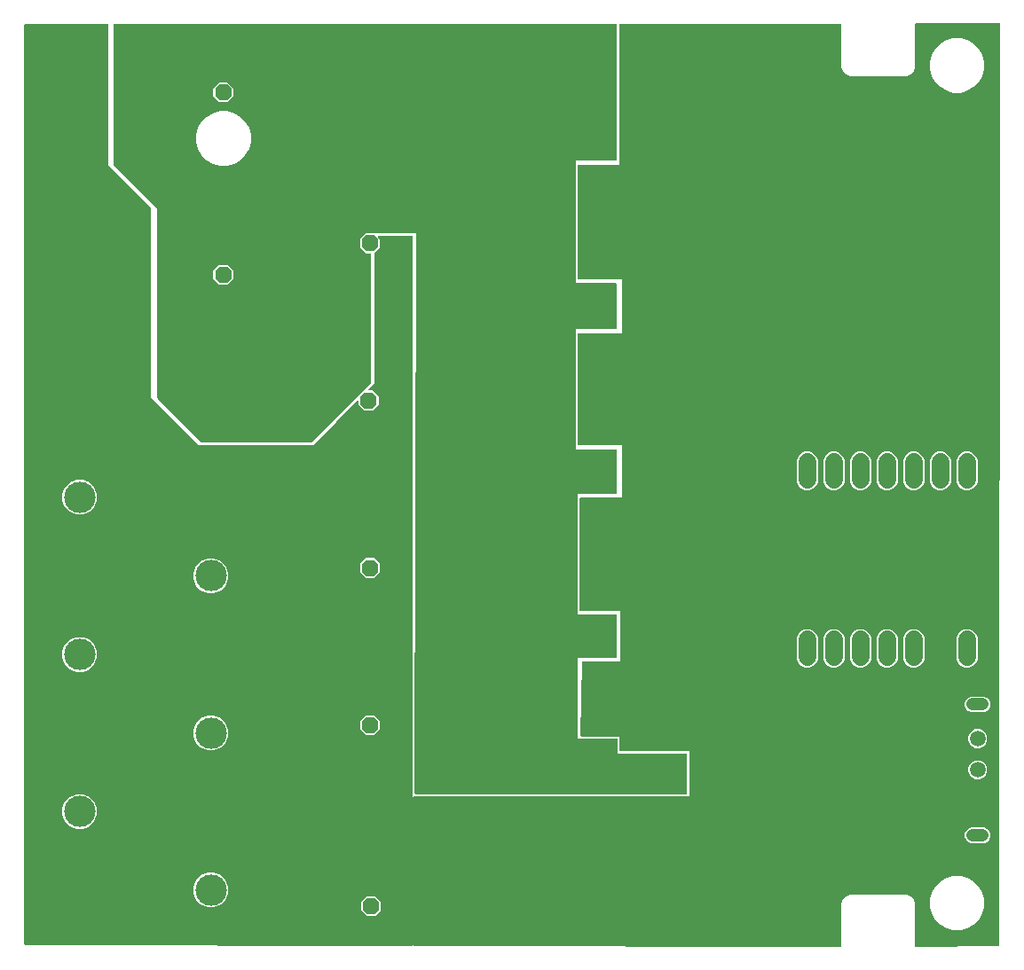
<source format=gbr>
G04 EAGLE Gerber RS-274X export*
G75*
%MOMM*%
%FSLAX34Y34*%
%LPD*%
%INBottom Copper*%
%IPPOS*%
%AMOC8*
5,1,8,0,0,1.08239X$1,22.5*%
G01*
G04 Define Apertures*
%ADD10C,1.700000*%
%ADD11R,3.000000X3.000000*%
%ADD12C,3.000000*%
%ADD13C,1.800000*%
%ADD14C,1.508000*%
%ADD15C,1.208000*%
%ADD16P,1.73204X8X22.5*%
%ADD17C,0.756400*%
G36*
X789534Y8226D02*
X789339Y8187D01*
X381499Y9206D01*
X381320Y9240D01*
X381152Y9347D01*
X381040Y9511D01*
X381000Y9706D01*
X381000Y151500D01*
X381034Y151680D01*
X381141Y151848D01*
X381305Y151960D01*
X381500Y152000D01*
X644954Y152000D01*
X644991Y152007D01*
X645000Y152050D01*
X645000Y194954D01*
X644993Y194991D01*
X644950Y195000D01*
X578500Y195000D01*
X578320Y195034D01*
X578152Y195141D01*
X578040Y195305D01*
X578000Y195500D01*
X578000Y208954D01*
X577993Y208991D01*
X577950Y209000D01*
X541507Y209000D01*
X541320Y209036D01*
X541154Y209146D01*
X541044Y209311D01*
X541007Y209507D01*
X541993Y280507D01*
X542027Y280680D01*
X542134Y280848D01*
X542298Y280960D01*
X542493Y281000D01*
X578954Y281000D01*
X578991Y281007D01*
X579000Y281050D01*
X579000Y328954D01*
X578993Y328991D01*
X578950Y329000D01*
X540500Y329000D01*
X540320Y329034D01*
X540152Y329141D01*
X540040Y329305D01*
X540000Y329500D01*
X540000Y436500D01*
X540034Y436680D01*
X540141Y436848D01*
X540305Y436960D01*
X540500Y437000D01*
X579954Y437000D01*
X579991Y437007D01*
X580000Y437050D01*
X580000Y486954D01*
X579993Y486991D01*
X579950Y487000D01*
X538500Y487000D01*
X538320Y487034D01*
X538152Y487141D01*
X538040Y487305D01*
X538000Y487500D01*
X538000Y593500D01*
X538034Y593680D01*
X538141Y593848D01*
X538305Y593960D01*
X538500Y594000D01*
X579954Y594000D01*
X579991Y594007D01*
X580000Y594050D01*
X580000Y645954D01*
X579993Y645991D01*
X579950Y646000D01*
X538500Y646000D01*
X538320Y646034D01*
X538152Y646141D01*
X538040Y646305D01*
X538000Y646500D01*
X538000Y754500D01*
X538034Y754680D01*
X538141Y754848D01*
X538305Y754960D01*
X538500Y755000D01*
X577954Y755000D01*
X577991Y755007D01*
X578000Y755050D01*
X578000Y889340D01*
X578034Y889520D01*
X578141Y889688D01*
X578305Y889800D01*
X578500Y889840D01*
X789340Y889840D01*
X789520Y889806D01*
X789688Y889699D01*
X789800Y889535D01*
X789840Y889340D01*
X789840Y847979D01*
X791387Y844245D01*
X794245Y841387D01*
X797979Y839840D01*
X852021Y839840D01*
X855755Y841387D01*
X858613Y844245D01*
X860160Y847979D01*
X860160Y889445D01*
X860192Y889621D01*
X860297Y889789D01*
X860460Y889903D01*
X860655Y889945D01*
X940323Y890734D01*
X940509Y890700D01*
X940676Y890593D01*
X940789Y890428D01*
X940828Y890233D01*
X939852Y9553D01*
X939820Y9378D01*
X939714Y9210D01*
X939551Y9096D01*
X939357Y9054D01*
X860665Y8267D01*
X860480Y8301D01*
X860312Y8408D01*
X860200Y8572D01*
X860160Y8767D01*
X860160Y50021D01*
X858613Y53755D01*
X855755Y56613D01*
X852021Y58160D01*
X797979Y58160D01*
X794245Y56613D01*
X791387Y53755D01*
X789840Y50021D01*
X789840Y8687D01*
X789806Y8505D01*
X789698Y8338D01*
X789534Y8226D01*
G37*
%LPC*%
G36*
X896556Y823840D02*
X903444Y823840D01*
X910097Y825623D01*
X916063Y829067D01*
X920933Y833937D01*
X924377Y839903D01*
X926160Y846556D01*
X926160Y853444D01*
X924377Y860097D01*
X920933Y866063D01*
X916063Y870933D01*
X910097Y874377D01*
X903444Y876160D01*
X896556Y876160D01*
X889903Y874377D01*
X883937Y870933D01*
X879067Y866063D01*
X875623Y860097D01*
X873840Y853444D01*
X873840Y846556D01*
X875623Y839903D01*
X879067Y833937D01*
X883937Y829067D01*
X889903Y825623D01*
X896556Y823840D01*
G37*
G36*
X907506Y444000D02*
X911494Y444000D01*
X915178Y445526D01*
X917998Y448346D01*
X919524Y452030D01*
X919524Y473018D01*
X917998Y476702D01*
X915178Y479522D01*
X911494Y481048D01*
X907506Y481048D01*
X903822Y479522D01*
X901002Y476702D01*
X899476Y473018D01*
X899476Y452030D01*
X901002Y448346D01*
X903822Y445526D01*
X907506Y444000D01*
G37*
G36*
X882106Y444000D02*
X886094Y444000D01*
X889778Y445526D01*
X892598Y448346D01*
X894124Y452030D01*
X894124Y473018D01*
X892598Y476702D01*
X889778Y479522D01*
X886094Y481048D01*
X882106Y481048D01*
X878422Y479522D01*
X875602Y476702D01*
X874076Y473018D01*
X874076Y452030D01*
X875602Y448346D01*
X878422Y445526D01*
X882106Y444000D01*
G37*
G36*
X856706Y444000D02*
X860694Y444000D01*
X864378Y445526D01*
X867198Y448346D01*
X868724Y452030D01*
X868724Y473018D01*
X867198Y476702D01*
X864378Y479522D01*
X860694Y481048D01*
X856706Y481048D01*
X853022Y479522D01*
X850202Y476702D01*
X848676Y473018D01*
X848676Y452030D01*
X850202Y448346D01*
X853022Y445526D01*
X856706Y444000D01*
G37*
G36*
X831306Y444000D02*
X835294Y444000D01*
X838978Y445526D01*
X841798Y448346D01*
X843324Y452030D01*
X843324Y473018D01*
X841798Y476702D01*
X838978Y479522D01*
X835294Y481048D01*
X831306Y481048D01*
X827622Y479522D01*
X824802Y476702D01*
X823276Y473018D01*
X823276Y452030D01*
X824802Y448346D01*
X827622Y445526D01*
X831306Y444000D01*
G37*
G36*
X805906Y444000D02*
X809894Y444000D01*
X813578Y445526D01*
X816398Y448346D01*
X817924Y452030D01*
X817924Y473018D01*
X816398Y476702D01*
X813578Y479522D01*
X809894Y481048D01*
X805906Y481048D01*
X802222Y479522D01*
X799402Y476702D01*
X797876Y473018D01*
X797876Y452030D01*
X799402Y448346D01*
X802222Y445526D01*
X805906Y444000D01*
G37*
G36*
X780506Y444000D02*
X784494Y444000D01*
X788178Y445526D01*
X790998Y448346D01*
X792524Y452030D01*
X792524Y473018D01*
X790998Y476702D01*
X788178Y479522D01*
X784494Y481048D01*
X780506Y481048D01*
X776822Y479522D01*
X774002Y476702D01*
X772476Y473018D01*
X772476Y452030D01*
X774002Y448346D01*
X776822Y445526D01*
X780506Y444000D01*
G37*
G36*
X755106Y444000D02*
X759094Y444000D01*
X762778Y445526D01*
X765598Y448346D01*
X767124Y452030D01*
X767124Y473018D01*
X765598Y476702D01*
X762778Y479522D01*
X759094Y481048D01*
X755106Y481048D01*
X751422Y479522D01*
X748602Y476702D01*
X747076Y473018D01*
X747076Y452030D01*
X748602Y448346D01*
X751422Y445526D01*
X755106Y444000D01*
G37*
G36*
X907506Y274600D02*
X911494Y274600D01*
X915178Y276126D01*
X917998Y278946D01*
X919524Y282630D01*
X919524Y303618D01*
X917998Y307302D01*
X915178Y310122D01*
X911494Y311648D01*
X907506Y311648D01*
X903822Y310122D01*
X901002Y307302D01*
X899476Y303618D01*
X899476Y282630D01*
X901002Y278946D01*
X903822Y276126D01*
X907506Y274600D01*
G37*
G36*
X856706Y274600D02*
X860694Y274600D01*
X864378Y276126D01*
X867198Y278946D01*
X868724Y282630D01*
X868724Y303618D01*
X867198Y307302D01*
X864378Y310122D01*
X860694Y311648D01*
X856706Y311648D01*
X853022Y310122D01*
X850202Y307302D01*
X848676Y303618D01*
X848676Y282630D01*
X850202Y278946D01*
X853022Y276126D01*
X856706Y274600D01*
G37*
G36*
X831306Y274600D02*
X835294Y274600D01*
X838978Y276126D01*
X841798Y278946D01*
X843324Y282630D01*
X843324Y303618D01*
X841798Y307302D01*
X838978Y310122D01*
X835294Y311648D01*
X831306Y311648D01*
X827622Y310122D01*
X824802Y307302D01*
X823276Y303618D01*
X823276Y282630D01*
X824802Y278946D01*
X827622Y276126D01*
X831306Y274600D01*
G37*
G36*
X805906Y274600D02*
X809894Y274600D01*
X813578Y276126D01*
X816398Y278946D01*
X817924Y282630D01*
X817924Y303618D01*
X816398Y307302D01*
X813578Y310122D01*
X809894Y311648D01*
X805906Y311648D01*
X802222Y310122D01*
X799402Y307302D01*
X797876Y303618D01*
X797876Y282630D01*
X799402Y278946D01*
X802222Y276126D01*
X805906Y274600D01*
G37*
G36*
X780506Y274600D02*
X784494Y274600D01*
X788178Y276126D01*
X790998Y278946D01*
X792524Y282630D01*
X792524Y303618D01*
X790998Y307302D01*
X788178Y310122D01*
X784494Y311648D01*
X780506Y311648D01*
X776822Y310122D01*
X774002Y307302D01*
X772476Y303618D01*
X772476Y282630D01*
X774002Y278946D01*
X776822Y276126D01*
X780506Y274600D01*
G37*
G36*
X755106Y274600D02*
X759094Y274600D01*
X762778Y276126D01*
X765598Y278946D01*
X767124Y282630D01*
X767124Y303618D01*
X765598Y307302D01*
X762778Y310122D01*
X759094Y311648D01*
X755106Y311648D01*
X751422Y310122D01*
X748602Y307302D01*
X747076Y303618D01*
X747076Y282630D01*
X748602Y278946D01*
X751422Y276126D01*
X755106Y274600D01*
G37*
G36*
X913581Y232152D02*
X925590Y232152D01*
X928370Y233304D01*
X930498Y235432D01*
X931650Y238212D01*
X931650Y241221D01*
X930498Y244001D01*
X928370Y246129D01*
X925590Y247280D01*
X913581Y247280D01*
X910801Y246129D01*
X908673Y244001D01*
X907522Y241221D01*
X907522Y238212D01*
X908673Y235432D01*
X910801Y233304D01*
X913581Y232152D01*
G37*
G36*
X917783Y198152D02*
X921389Y198152D01*
X924720Y199532D01*
X927270Y202082D01*
X928650Y205413D01*
X928650Y209019D01*
X927270Y212351D01*
X924720Y214900D01*
X921389Y216280D01*
X917783Y216280D01*
X914451Y214900D01*
X911902Y212351D01*
X910522Y209019D01*
X910522Y205413D01*
X911902Y202082D01*
X914451Y199532D01*
X917783Y198152D01*
G37*
G36*
X917783Y168152D02*
X921389Y168152D01*
X924720Y169532D01*
X927270Y172082D01*
X928650Y175413D01*
X928650Y179019D01*
X927270Y182351D01*
X924720Y184900D01*
X921389Y186280D01*
X917783Y186280D01*
X914451Y184900D01*
X911902Y182351D01*
X910522Y179019D01*
X910522Y175413D01*
X911902Y172082D01*
X914451Y169532D01*
X917783Y168152D01*
G37*
G36*
X913581Y107152D02*
X925590Y107152D01*
X928370Y108304D01*
X930498Y110432D01*
X931650Y113212D01*
X931650Y116221D01*
X930498Y119001D01*
X928370Y121129D01*
X925590Y122280D01*
X913581Y122280D01*
X910801Y121129D01*
X908673Y119001D01*
X907522Y116221D01*
X907522Y113212D01*
X908673Y110432D01*
X910801Y108304D01*
X913581Y107152D01*
G37*
G36*
X896556Y23840D02*
X903444Y23840D01*
X910097Y25623D01*
X916063Y29067D01*
X920933Y33937D01*
X924377Y39903D01*
X926160Y46556D01*
X926160Y53444D01*
X924377Y60097D01*
X920933Y66063D01*
X916063Y70933D01*
X910097Y74377D01*
X903444Y76160D01*
X896556Y76160D01*
X889903Y74377D01*
X883937Y70933D01*
X879067Y66063D01*
X875623Y60097D01*
X873840Y53444D01*
X873840Y46556D01*
X875623Y39903D01*
X879067Y33937D01*
X883937Y29067D01*
X889903Y25623D01*
X896556Y23840D01*
G37*
%LPD*%
G36*
X380533Y9269D02*
X380236Y9209D01*
X10920Y10133D01*
X10647Y10184D01*
X10392Y10347D01*
X10220Y10598D01*
X10160Y10895D01*
X10160Y889078D01*
X10211Y889353D01*
X10375Y889608D01*
X10625Y889780D01*
X10922Y889840D01*
X89299Y889840D01*
X89574Y889789D01*
X89829Y889625D01*
X90001Y889375D01*
X90061Y889078D01*
X90000Y755088D01*
X90025Y754983D01*
X90044Y754956D01*
X130777Y714223D01*
X130940Y713982D01*
X131000Y713684D01*
X131000Y533088D01*
X131025Y532983D01*
X131044Y532956D01*
X176938Y487062D01*
X177030Y487005D01*
X177062Y487000D01*
X193876Y487000D01*
X193882Y487000D01*
X193882Y487000D01*
X285895Y487708D01*
X285997Y487732D01*
X286025Y487752D01*
X307998Y509725D01*
X308002Y509730D01*
X327641Y529964D01*
X327869Y530125D01*
X328164Y530195D01*
X328463Y530144D01*
X328718Y529980D01*
X328890Y529730D01*
X328950Y529433D01*
X328950Y526055D01*
X334530Y520475D01*
X342420Y520475D01*
X348000Y526055D01*
X348000Y533945D01*
X342420Y539525D01*
X338723Y539525D01*
X338470Y539568D01*
X338210Y539724D01*
X338031Y539968D01*
X337961Y540264D01*
X338012Y540562D01*
X338176Y540818D01*
X343941Y546757D01*
X343994Y546845D01*
X344000Y546880D01*
X344000Y670214D01*
X344056Y670500D01*
X344223Y670753D01*
X349525Y676055D01*
X349525Y683945D01*
X347771Y685699D01*
X347618Y685919D01*
X347548Y686214D01*
X347599Y686513D01*
X347763Y686768D01*
X348013Y686940D01*
X348310Y687000D01*
X380238Y687000D01*
X380513Y686949D01*
X380768Y686785D01*
X380940Y686535D01*
X381000Y686238D01*
X381000Y9971D01*
X380948Y9695D01*
X380784Y9440D01*
X380533Y9269D01*
G37*
%LPC*%
G36*
X62762Y758762D02*
X69238Y758762D01*
X69238Y787238D01*
X62762Y787238D01*
X62762Y758762D01*
G37*
G36*
X79762Y721762D02*
X108238Y721762D01*
X108238Y728238D01*
X79762Y728238D01*
X79762Y721762D01*
G37*
G36*
X59713Y420976D02*
X66287Y420976D01*
X72360Y423492D01*
X77008Y428140D01*
X79524Y434213D01*
X79524Y440787D01*
X77008Y446860D01*
X72360Y451508D01*
X66287Y454024D01*
X59713Y454024D01*
X53640Y451508D01*
X48992Y446860D01*
X46476Y440787D01*
X46476Y434213D01*
X48992Y428140D01*
X53640Y423492D01*
X59713Y420976D01*
G37*
G36*
X336055Y360475D02*
X343945Y360475D01*
X349525Y366055D01*
X349525Y373945D01*
X343945Y379525D01*
X336055Y379525D01*
X330475Y373945D01*
X330475Y366055D01*
X336055Y360475D01*
G37*
G36*
X184713Y345976D02*
X191287Y345976D01*
X197360Y348492D01*
X202008Y353140D01*
X204524Y359213D01*
X204524Y365787D01*
X202008Y371860D01*
X197360Y376508D01*
X191287Y379024D01*
X184713Y379024D01*
X178640Y376508D01*
X173992Y371860D01*
X171476Y365787D01*
X171476Y359213D01*
X173992Y353140D01*
X178640Y348492D01*
X184713Y345976D01*
G37*
G36*
X59713Y270976D02*
X66287Y270976D01*
X72360Y273492D01*
X77008Y278140D01*
X79524Y284213D01*
X79524Y290787D01*
X77008Y296860D01*
X72360Y301508D01*
X66287Y304024D01*
X59713Y304024D01*
X53640Y301508D01*
X48992Y296860D01*
X46476Y290787D01*
X46476Y284213D01*
X48992Y278140D01*
X53640Y273492D01*
X59713Y270976D01*
G37*
G36*
X336055Y210475D02*
X343945Y210475D01*
X349525Y216055D01*
X349525Y223945D01*
X343945Y229525D01*
X336055Y229525D01*
X330475Y223945D01*
X330475Y216055D01*
X336055Y210475D01*
G37*
G36*
X184713Y195976D02*
X191287Y195976D01*
X197360Y198492D01*
X202008Y203140D01*
X204524Y209213D01*
X204524Y215787D01*
X202008Y221860D01*
X197360Y226508D01*
X191287Y229024D01*
X184713Y229024D01*
X178640Y226508D01*
X173992Y221860D01*
X171476Y215787D01*
X171476Y209213D01*
X173992Y203140D01*
X178640Y198492D01*
X184713Y195976D01*
G37*
G36*
X59713Y120976D02*
X66287Y120976D01*
X72360Y123492D01*
X77008Y128140D01*
X79524Y134213D01*
X79524Y140787D01*
X77008Y146860D01*
X72360Y151508D01*
X66287Y154024D01*
X59713Y154024D01*
X53640Y151508D01*
X48992Y146860D01*
X46476Y140787D01*
X46476Y134213D01*
X48992Y128140D01*
X53640Y123492D01*
X59713Y120976D01*
G37*
G36*
X184713Y45976D02*
X191287Y45976D01*
X197360Y48492D01*
X202008Y53140D01*
X204524Y59213D01*
X204524Y65787D01*
X202008Y71860D01*
X197360Y76508D01*
X191287Y79024D01*
X184713Y79024D01*
X178640Y76508D01*
X173992Y71860D01*
X171476Y65787D01*
X171476Y59213D01*
X173992Y53140D01*
X178640Y48492D01*
X184713Y45976D01*
G37*
G36*
X337055Y37475D02*
X344945Y37475D01*
X350525Y43055D01*
X350525Y50945D01*
X344945Y56525D01*
X337055Y56525D01*
X331475Y50945D01*
X331475Y43055D01*
X337055Y37475D01*
G37*
%LPD*%
G36*
X641695Y154040D02*
X641500Y154000D01*
X383190Y154000D01*
X383009Y154034D01*
X382842Y154141D01*
X382729Y154306D01*
X382690Y154501D01*
X383587Y689954D01*
X383580Y689991D01*
X383537Y690000D01*
X338500Y690000D01*
X338320Y690034D01*
X338152Y690141D01*
X338040Y690305D01*
X338000Y690500D01*
X338000Y889340D01*
X338034Y889520D01*
X338141Y889688D01*
X338305Y889800D01*
X338500Y889840D01*
X574500Y889840D01*
X574680Y889806D01*
X574848Y889699D01*
X574960Y889535D01*
X575000Y889340D01*
X575000Y759500D01*
X574966Y759320D01*
X574859Y759152D01*
X574695Y759040D01*
X574500Y759000D01*
X536046Y759000D01*
X536009Y758993D01*
X536000Y758950D01*
X536000Y642046D01*
X536007Y642009D01*
X536050Y642000D01*
X574500Y642000D01*
X574680Y641966D01*
X574848Y641859D01*
X574960Y641695D01*
X575000Y641500D01*
X575000Y598500D01*
X574966Y598320D01*
X574859Y598152D01*
X574695Y598040D01*
X574500Y598000D01*
X536046Y598000D01*
X536009Y597993D01*
X536000Y597950D01*
X536000Y483046D01*
X536007Y483009D01*
X536050Y483000D01*
X574500Y483000D01*
X574680Y482966D01*
X574848Y482859D01*
X574960Y482695D01*
X575000Y482500D01*
X575000Y441500D01*
X574966Y441320D01*
X574859Y441152D01*
X574695Y441040D01*
X574500Y441000D01*
X538046Y441000D01*
X538009Y440993D01*
X538000Y440950D01*
X538000Y326046D01*
X538007Y326009D01*
X538050Y326000D01*
X574500Y326000D01*
X574680Y325966D01*
X574848Y325859D01*
X574960Y325695D01*
X575000Y325500D01*
X575000Y284500D01*
X574966Y284320D01*
X574859Y284152D01*
X574695Y284040D01*
X574500Y284000D01*
X538046Y284000D01*
X538009Y283993D01*
X538000Y283950D01*
X538000Y207046D01*
X538007Y207009D01*
X538050Y207000D01*
X575500Y207000D01*
X575680Y206966D01*
X575848Y206859D01*
X575960Y206695D01*
X576000Y206500D01*
X576000Y193046D01*
X576007Y193009D01*
X576050Y193000D01*
X641500Y193000D01*
X641680Y192966D01*
X641848Y192859D01*
X641960Y192695D01*
X642000Y192500D01*
X642000Y154500D01*
X641966Y154320D01*
X641859Y154152D01*
X641695Y154040D01*
G37*
G36*
X283988Y490040D02*
X283793Y490000D01*
X179188Y490000D01*
X179000Y490037D01*
X178834Y490146D01*
X137304Y531676D01*
X137198Y531835D01*
X137158Y532030D01*
X137158Y712794D01*
X137150Y712836D01*
X137122Y712878D01*
X95146Y754854D01*
X95040Y755012D01*
X95000Y755207D01*
X95000Y889340D01*
X95034Y889520D01*
X95141Y889688D01*
X95305Y889800D01*
X95500Y889840D01*
X340500Y889840D01*
X340680Y889806D01*
X340848Y889699D01*
X340960Y889535D01*
X341000Y889340D01*
X341000Y690025D01*
X340966Y689845D01*
X340859Y689677D01*
X340695Y689565D01*
X340500Y689525D01*
X336055Y689525D01*
X330475Y683945D01*
X330475Y676055D01*
X336055Y670475D01*
X340500Y670475D01*
X340680Y670441D01*
X340848Y670334D01*
X340960Y670170D01*
X341000Y669975D01*
X341000Y547207D01*
X340963Y547019D01*
X340854Y546854D01*
X284146Y490146D01*
X283988Y490040D01*
G37*
%LPC*%
G36*
X196055Y814647D02*
X203945Y814647D01*
X209525Y820227D01*
X209525Y828117D01*
X203945Y833697D01*
X196055Y833697D01*
X190475Y828117D01*
X190475Y820227D01*
X196055Y814647D01*
G37*
G36*
X196556Y753840D02*
X203444Y753840D01*
X210097Y755623D01*
X216063Y759067D01*
X220933Y763937D01*
X224377Y769903D01*
X226160Y776556D01*
X226160Y783444D01*
X224377Y790097D01*
X220933Y796063D01*
X216063Y800933D01*
X210097Y804377D01*
X203444Y806160D01*
X196556Y806160D01*
X189903Y804377D01*
X183937Y800933D01*
X179067Y796063D01*
X175623Y790097D01*
X173840Y783444D01*
X173840Y776556D01*
X175623Y769903D01*
X179067Y763937D01*
X183937Y759067D01*
X189903Y755623D01*
X196556Y753840D01*
G37*
G36*
X120500Y758500D02*
X127500Y758500D01*
X127500Y787500D01*
X120500Y787500D01*
X120500Y758500D01*
G37*
G36*
X196055Y640475D02*
X203945Y640475D01*
X209525Y646055D01*
X209525Y653945D01*
X203945Y659525D01*
X196055Y659525D01*
X190475Y653945D01*
X190475Y646055D01*
X196055Y640475D01*
G37*
%LPD*%
D10*
X909500Y454024D02*
X909500Y471024D01*
X884100Y471024D02*
X884100Y454024D01*
X858700Y454024D02*
X858700Y471024D01*
X833300Y471024D02*
X833300Y454024D01*
X807900Y454024D02*
X807900Y471024D01*
X782500Y471024D02*
X782500Y454024D01*
X757100Y454024D02*
X757100Y471024D01*
X757100Y301624D02*
X757100Y284624D01*
X782500Y284624D02*
X782500Y301624D01*
X807900Y301624D02*
X807900Y284624D01*
X833300Y284624D02*
X833300Y301624D01*
X858700Y301624D02*
X858700Y284624D01*
X884100Y284624D02*
X884100Y301624D01*
X909500Y301624D02*
X909500Y284624D01*
D11*
X63000Y587500D03*
D12*
X188000Y512500D03*
X63000Y437500D03*
X188000Y362500D03*
X63000Y287500D03*
X188000Y212500D03*
X63000Y137500D03*
X188000Y62500D03*
D13*
X66000Y764000D02*
X66000Y782000D01*
X124000Y782000D02*
X124000Y764000D01*
X103000Y725000D02*
X85000Y725000D01*
D14*
X919586Y147216D03*
X919586Y177216D03*
X919586Y207216D03*
D15*
X924086Y114716D02*
X915086Y114716D01*
X915086Y239716D02*
X924086Y239716D01*
D16*
X341000Y47000D03*
X340000Y220000D03*
X340000Y370000D03*
X338475Y530000D03*
X340000Y680000D03*
X200000Y650000D03*
X200000Y740000D03*
X200000Y824172D03*
D17*
X362000Y15000D03*
X374000Y15000D03*
X362000Y27000D03*
X374000Y27000D03*
X362000Y39000D03*
X374000Y39000D03*
X362000Y173000D03*
X374000Y173000D03*
X362000Y185000D03*
X374000Y185000D03*
X362000Y197000D03*
X374000Y197000D03*
X363000Y330000D03*
X375000Y330000D03*
X363000Y342000D03*
X375000Y342000D03*
X363000Y354000D03*
X375000Y354000D03*
X361000Y487000D03*
X373000Y487000D03*
X361000Y499000D03*
X373000Y499000D03*
X361000Y511000D03*
X373000Y511000D03*
X371000Y681000D03*
X371000Y669000D03*
X359000Y669000D03*
X371000Y657000D03*
X359000Y657000D03*
X371000Y645000D03*
X359000Y645000D03*
X79000Y883000D03*
X67000Y883000D03*
X55000Y883000D03*
X43000Y883000D03*
X31000Y883000D03*
X19000Y883000D03*
X79000Y871000D03*
X67000Y871000D03*
X55000Y871000D03*
X43000Y871000D03*
X31000Y871000D03*
X19000Y871000D03*
X79000Y859000D03*
X67000Y859000D03*
X55000Y859000D03*
X43000Y859000D03*
X31000Y859000D03*
X19000Y859000D03*
X55000Y847000D03*
X43000Y847000D03*
X31000Y847000D03*
X19000Y847000D03*
X79000Y835000D03*
X55000Y835000D03*
X43000Y835000D03*
X31000Y835000D03*
X19000Y835000D03*
X79000Y823000D03*
X55000Y823000D03*
X43000Y823000D03*
X31000Y823000D03*
X19000Y823000D03*
X79000Y811000D03*
X55000Y811000D03*
X43000Y811000D03*
X31000Y811000D03*
X19000Y811000D03*
X79000Y799000D03*
X43000Y799000D03*
X31000Y799000D03*
X19000Y799000D03*
X43000Y787000D03*
X31000Y787000D03*
X91000Y31000D03*
X79000Y31000D03*
X67000Y31000D03*
X55000Y31000D03*
X43000Y31000D03*
X31000Y31000D03*
X19000Y31000D03*
X331000Y19000D03*
X319000Y19000D03*
X307000Y19000D03*
X295000Y19000D03*
X283000Y19000D03*
X271000Y19000D03*
X259000Y19000D03*
X247000Y19000D03*
X235000Y19000D03*
X223000Y19000D03*
X211000Y19000D03*
X199000Y19000D03*
X187000Y19000D03*
X175000Y19000D03*
X163000Y19000D03*
X151000Y19000D03*
X139000Y19000D03*
X127000Y19000D03*
X115000Y19000D03*
X103000Y19000D03*
X91000Y19000D03*
X79000Y19000D03*
X67000Y19000D03*
X55000Y19000D03*
X43000Y19000D03*
X31000Y19000D03*
X19000Y19000D03*
X103000Y31000D03*
X115000Y31000D03*
X127000Y31000D03*
X139000Y31000D03*
X19000Y43000D03*
X31000Y43000D03*
X43000Y43000D03*
X55000Y43000D03*
X67000Y43000D03*
X79000Y43000D03*
X91000Y43000D03*
X103000Y43000D03*
X115000Y43000D03*
X127000Y43000D03*
X139000Y43000D03*
X19000Y55000D03*
X31000Y55000D03*
X43000Y55000D03*
X55000Y55000D03*
X67000Y55000D03*
X79000Y55000D03*
X91000Y55000D03*
X103000Y55000D03*
X115000Y55000D03*
X127000Y55000D03*
X139000Y55000D03*
X19000Y67000D03*
X31000Y67000D03*
X43000Y67000D03*
X55000Y67000D03*
X67000Y67000D03*
X79000Y67000D03*
X91000Y67000D03*
X103000Y67000D03*
X115000Y67000D03*
X127000Y67000D03*
X139000Y67000D03*
X19000Y79000D03*
X31000Y79000D03*
X43000Y79000D03*
X55000Y79000D03*
X67000Y79000D03*
X79000Y79000D03*
X91000Y79000D03*
X103000Y79000D03*
X115000Y79000D03*
X127000Y79000D03*
X139000Y79000D03*
X19000Y91000D03*
X31000Y91000D03*
X43000Y91000D03*
X55000Y91000D03*
X67000Y91000D03*
X79000Y91000D03*
X91000Y91000D03*
X103000Y91000D03*
X115000Y91000D03*
X127000Y91000D03*
X139000Y91000D03*
X19000Y103000D03*
X31000Y103000D03*
X19000Y115000D03*
X31000Y115000D03*
X19000Y127000D03*
X31000Y127000D03*
X19000Y139000D03*
X31000Y139000D03*
X19000Y151000D03*
X31000Y151000D03*
X19000Y163000D03*
X31000Y163000D03*
X19000Y175000D03*
X31000Y175000D03*
X19000Y187000D03*
X31000Y187000D03*
X43000Y187000D03*
X55000Y187000D03*
X67000Y187000D03*
X79000Y187000D03*
X91000Y187000D03*
X103000Y187000D03*
X115000Y187000D03*
X127000Y187000D03*
X139000Y187000D03*
X19000Y199000D03*
X31000Y199000D03*
X43000Y199000D03*
X55000Y199000D03*
X67000Y199000D03*
X79000Y199000D03*
X91000Y199000D03*
X103000Y199000D03*
X115000Y199000D03*
X127000Y199000D03*
X139000Y199000D03*
X19000Y211000D03*
X31000Y211000D03*
X43000Y211000D03*
X55000Y211000D03*
X67000Y211000D03*
X79000Y211000D03*
X91000Y211000D03*
X103000Y211000D03*
X115000Y211000D03*
X127000Y211000D03*
X139000Y211000D03*
X19000Y223000D03*
X31000Y223000D03*
X43000Y223000D03*
X55000Y223000D03*
X67000Y223000D03*
X79000Y223000D03*
X91000Y223000D03*
X103000Y223000D03*
X115000Y223000D03*
X127000Y223000D03*
X139000Y223000D03*
X19000Y235000D03*
X31000Y235000D03*
X43000Y235000D03*
X55000Y235000D03*
X67000Y235000D03*
X79000Y235000D03*
X91000Y235000D03*
X103000Y235000D03*
X115000Y235000D03*
X127000Y235000D03*
X139000Y235000D03*
X19000Y247000D03*
X31000Y247000D03*
X19000Y259000D03*
X31000Y259000D03*
X19000Y271000D03*
X31000Y271000D03*
X19000Y283000D03*
X31000Y283000D03*
X19000Y295000D03*
X31000Y295000D03*
X19000Y307000D03*
X31000Y307000D03*
X19000Y319000D03*
X31000Y319000D03*
X43000Y319000D03*
X55000Y319000D03*
X67000Y319000D03*
X79000Y319000D03*
X91000Y319000D03*
X103000Y319000D03*
X115000Y319000D03*
X127000Y319000D03*
X139000Y319000D03*
X19000Y331000D03*
X31000Y331000D03*
X43000Y331000D03*
X55000Y331000D03*
X67000Y331000D03*
X79000Y331000D03*
X91000Y331000D03*
X103000Y331000D03*
X115000Y331000D03*
X127000Y331000D03*
X139000Y331000D03*
X19000Y343000D03*
X31000Y343000D03*
X43000Y343000D03*
X55000Y343000D03*
X67000Y343000D03*
X79000Y343000D03*
X91000Y343000D03*
X103000Y343000D03*
X115000Y343000D03*
X127000Y343000D03*
X139000Y343000D03*
X19000Y355000D03*
X31000Y355000D03*
X43000Y355000D03*
X55000Y355000D03*
X67000Y355000D03*
X79000Y355000D03*
X91000Y355000D03*
X103000Y355000D03*
X115000Y355000D03*
X127000Y355000D03*
X139000Y355000D03*
X19000Y367000D03*
X31000Y367000D03*
X43000Y367000D03*
X55000Y367000D03*
X67000Y367000D03*
X79000Y367000D03*
X91000Y367000D03*
X103000Y367000D03*
X115000Y367000D03*
X127000Y367000D03*
X139000Y367000D03*
X19000Y379000D03*
X31000Y379000D03*
X43000Y379000D03*
X55000Y379000D03*
X67000Y379000D03*
X79000Y379000D03*
X91000Y379000D03*
X103000Y379000D03*
X115000Y379000D03*
X127000Y379000D03*
X139000Y379000D03*
X19000Y391000D03*
X31000Y391000D03*
X43000Y391000D03*
X55000Y391000D03*
X67000Y391000D03*
X79000Y391000D03*
X91000Y391000D03*
X103000Y391000D03*
X115000Y391000D03*
X127000Y391000D03*
X139000Y391000D03*
X19000Y403000D03*
X31000Y403000D03*
X43000Y403000D03*
X55000Y403000D03*
X67000Y403000D03*
X79000Y403000D03*
X91000Y403000D03*
X103000Y403000D03*
X115000Y403000D03*
X127000Y403000D03*
X139000Y403000D03*
X19000Y415000D03*
X31000Y415000D03*
X19000Y427000D03*
X31000Y427000D03*
X19000Y439000D03*
X31000Y439000D03*
X19000Y451000D03*
X31000Y451000D03*
X19000Y463000D03*
X31000Y463000D03*
X19000Y475000D03*
X31000Y475000D03*
X19000Y487000D03*
X31000Y487000D03*
X19000Y499000D03*
X31000Y499000D03*
X19000Y511000D03*
X31000Y511000D03*
X19000Y523000D03*
X31000Y523000D03*
X19000Y535000D03*
X31000Y535000D03*
X19000Y547000D03*
X31000Y547000D03*
X19000Y559000D03*
X31000Y559000D03*
X19000Y571000D03*
X31000Y571000D03*
X19000Y583000D03*
X31000Y583000D03*
X19000Y595000D03*
X31000Y595000D03*
X19000Y607000D03*
X31000Y607000D03*
X19000Y619000D03*
X31000Y619000D03*
X43000Y619000D03*
X55000Y619000D03*
X67000Y619000D03*
X79000Y619000D03*
X19000Y631000D03*
X31000Y631000D03*
X43000Y631000D03*
X55000Y631000D03*
X67000Y631000D03*
X79000Y631000D03*
X91000Y631000D03*
X19000Y643000D03*
X31000Y643000D03*
X43000Y643000D03*
X55000Y643000D03*
X67000Y643000D03*
X79000Y643000D03*
X19000Y655000D03*
X31000Y655000D03*
X43000Y655000D03*
X55000Y655000D03*
X67000Y655000D03*
X79000Y655000D03*
X19000Y667000D03*
X31000Y667000D03*
X43000Y667000D03*
X55000Y667000D03*
X67000Y667000D03*
X79000Y667000D03*
X19000Y679000D03*
X31000Y679000D03*
X43000Y679000D03*
X55000Y679000D03*
X67000Y679000D03*
X79000Y679000D03*
X91000Y679000D03*
X19000Y691000D03*
X31000Y691000D03*
X43000Y691000D03*
X55000Y691000D03*
X67000Y691000D03*
X79000Y691000D03*
X91000Y691000D03*
X19000Y703000D03*
X31000Y703000D03*
X43000Y703000D03*
X55000Y703000D03*
X67000Y703000D03*
X79000Y703000D03*
X91000Y703000D03*
X19000Y715000D03*
X31000Y715000D03*
X43000Y715000D03*
X55000Y715000D03*
X67000Y715000D03*
X19000Y727000D03*
X31000Y727000D03*
X43000Y727000D03*
X55000Y727000D03*
X19000Y739000D03*
X31000Y739000D03*
X43000Y739000D03*
X55000Y739000D03*
X67000Y739000D03*
X19000Y751000D03*
X31000Y751000D03*
X43000Y751000D03*
X19000Y763000D03*
X31000Y763000D03*
X43000Y763000D03*
X19000Y775000D03*
X31000Y775000D03*
X43000Y775000D03*
X19000Y787000D03*
X604000Y731000D03*
X592000Y731000D03*
X544000Y731000D03*
X604000Y719000D03*
X592000Y719000D03*
X544000Y719000D03*
X604000Y707000D03*
X592000Y707000D03*
X544000Y707000D03*
X604000Y695000D03*
X592000Y695000D03*
X580000Y695000D03*
X568000Y695000D03*
X592000Y659000D03*
X604000Y659000D03*
X592000Y671000D03*
X604000Y671000D03*
X592000Y683000D03*
X604000Y683000D03*
X544000Y695000D03*
X556000Y695000D03*
X604000Y575000D03*
X592000Y575000D03*
X544000Y575000D03*
X604000Y563000D03*
X592000Y563000D03*
X544000Y563000D03*
X604000Y551000D03*
X592000Y551000D03*
X544000Y551000D03*
X604000Y539000D03*
X592000Y539000D03*
X580000Y539000D03*
X592000Y503000D03*
X604000Y503000D03*
X592000Y515000D03*
X604000Y515000D03*
X592000Y527000D03*
X604000Y527000D03*
X544000Y539000D03*
X606000Y418000D03*
X594000Y418000D03*
X546000Y418000D03*
X606000Y406000D03*
X594000Y406000D03*
X546000Y406000D03*
X606000Y394000D03*
X594000Y394000D03*
X546000Y394000D03*
X606000Y382000D03*
X594000Y382000D03*
X594000Y346000D03*
X606000Y346000D03*
X594000Y358000D03*
X606000Y358000D03*
X594000Y370000D03*
X606000Y370000D03*
X546000Y382000D03*
X607070Y261000D03*
X595070Y261000D03*
X547070Y261000D03*
X607070Y249000D03*
X595070Y249000D03*
X547070Y249000D03*
X607070Y237000D03*
X595070Y237000D03*
X547070Y237000D03*
X607070Y225000D03*
X595070Y225000D03*
X595070Y201000D03*
X607070Y201000D03*
X595070Y213000D03*
X607070Y213000D03*
X547070Y225000D03*
X605000Y105000D03*
X593000Y105000D03*
X545000Y105000D03*
X605000Y93000D03*
X593000Y93000D03*
X545000Y93000D03*
X605000Y81000D03*
X593000Y81000D03*
X545000Y81000D03*
X605000Y69000D03*
X593000Y69000D03*
X593000Y33000D03*
X605000Y33000D03*
X593000Y45000D03*
X605000Y45000D03*
X593000Y57000D03*
X605000Y57000D03*
X545000Y69000D03*
X740000Y37000D03*
X740000Y78000D03*
X740000Y241000D03*
X755000Y706000D03*
X750000Y554000D03*
X777000Y877000D03*
X765000Y877000D03*
X753000Y877000D03*
X741000Y877000D03*
X669000Y841000D03*
X657000Y841000D03*
X645000Y841000D03*
X633000Y841000D03*
X621000Y841000D03*
X609000Y841000D03*
X597000Y841000D03*
X585000Y841000D03*
X681000Y841000D03*
X693000Y841000D03*
X705000Y841000D03*
X717000Y841000D03*
X729000Y841000D03*
X741000Y841000D03*
X753000Y841000D03*
X765000Y841000D03*
X777000Y841000D03*
X585000Y853000D03*
X597000Y853000D03*
X609000Y853000D03*
X621000Y853000D03*
X633000Y853000D03*
X645000Y853000D03*
X657000Y853000D03*
X669000Y853000D03*
X681000Y853000D03*
X693000Y853000D03*
X705000Y853000D03*
X717000Y853000D03*
X729000Y853000D03*
X741000Y853000D03*
X753000Y853000D03*
X765000Y853000D03*
X777000Y853000D03*
X585000Y865000D03*
X597000Y865000D03*
X609000Y865000D03*
X621000Y865000D03*
X633000Y865000D03*
X645000Y865000D03*
X657000Y865000D03*
X669000Y865000D03*
X681000Y865000D03*
X693000Y865000D03*
X705000Y865000D03*
X717000Y865000D03*
X729000Y865000D03*
X741000Y865000D03*
X753000Y865000D03*
X765000Y865000D03*
X777000Y865000D03*
X585000Y877000D03*
X597000Y877000D03*
X609000Y877000D03*
X621000Y877000D03*
X633000Y877000D03*
X645000Y877000D03*
X657000Y877000D03*
X669000Y877000D03*
X681000Y877000D03*
X693000Y877000D03*
X705000Y877000D03*
X717000Y877000D03*
X729000Y877000D03*
X717282Y392282D03*
X903456Y588456D03*
X561000Y789000D03*
X549000Y789000D03*
X537000Y789000D03*
X525000Y789000D03*
X561000Y777000D03*
X549000Y777000D03*
X537000Y777000D03*
X525000Y777000D03*
X525000Y765000D03*
X537000Y765000D03*
X549000Y765000D03*
X561000Y765000D03*
X636000Y172000D03*
X624000Y172000D03*
X612000Y172000D03*
X600000Y172000D03*
X588000Y172000D03*
X636000Y160000D03*
X624000Y160000D03*
X612000Y160000D03*
X528000Y160000D03*
X540000Y160000D03*
X552000Y160000D03*
X564000Y160000D03*
X576000Y160000D03*
X588000Y160000D03*
X600000Y160000D03*
X563000Y314000D03*
X551000Y314000D03*
X539000Y314000D03*
X527000Y314000D03*
X563000Y302000D03*
X551000Y302000D03*
X539000Y302000D03*
X527000Y302000D03*
X527000Y290000D03*
X539000Y290000D03*
X551000Y290000D03*
X563000Y290000D03*
X563000Y471000D03*
X551000Y471000D03*
X539000Y471000D03*
X527000Y471000D03*
X563000Y459000D03*
X551000Y459000D03*
X539000Y459000D03*
X527000Y459000D03*
X527000Y447000D03*
X539000Y447000D03*
X551000Y447000D03*
X563000Y447000D03*
X561000Y628000D03*
X549000Y628000D03*
X537000Y628000D03*
X525000Y628000D03*
X561000Y616000D03*
X549000Y616000D03*
X537000Y616000D03*
X525000Y616000D03*
X525000Y604000D03*
X537000Y604000D03*
X549000Y604000D03*
X561000Y604000D03*
X296000Y813000D03*
X260000Y813000D03*
X248000Y813000D03*
X236000Y813000D03*
X224000Y813000D03*
X176000Y813000D03*
X164000Y813000D03*
X152000Y813000D03*
X140000Y813000D03*
X128000Y813000D03*
X116000Y813000D03*
X104000Y813000D03*
X248000Y801000D03*
X236000Y801000D03*
X224000Y801000D03*
X176000Y801000D03*
X164000Y801000D03*
X152000Y801000D03*
X140000Y801000D03*
X116000Y801000D03*
X104000Y801000D03*
X248000Y789000D03*
X236000Y789000D03*
X164000Y789000D03*
X152000Y789000D03*
X104000Y789000D03*
X248000Y777000D03*
X236000Y777000D03*
X164000Y777000D03*
X152000Y777000D03*
X248000Y765000D03*
X236000Y765000D03*
X164000Y765000D03*
X152000Y765000D03*
X296000Y753000D03*
X284000Y753000D03*
X272000Y753000D03*
X260000Y753000D03*
X248000Y753000D03*
X236000Y753000D03*
X296000Y693000D03*
X284000Y693000D03*
X272000Y693000D03*
X260000Y693000D03*
X296000Y681000D03*
X284000Y681000D03*
X272000Y681000D03*
X260000Y681000D03*
X260000Y705000D03*
X272000Y705000D03*
X284000Y705000D03*
X296000Y705000D03*
X152000Y717000D03*
X164000Y717000D03*
X176000Y717000D03*
X188000Y717000D03*
X200000Y717000D03*
X212000Y717000D03*
X224000Y717000D03*
X236000Y717000D03*
X248000Y717000D03*
X260000Y717000D03*
X272000Y717000D03*
X284000Y717000D03*
X296000Y717000D03*
X140000Y729000D03*
X152000Y729000D03*
X164000Y729000D03*
X176000Y729000D03*
X224000Y729000D03*
X236000Y729000D03*
X248000Y729000D03*
X260000Y729000D03*
X272000Y729000D03*
X284000Y729000D03*
X296000Y729000D03*
X140000Y741000D03*
X152000Y741000D03*
X164000Y741000D03*
X176000Y741000D03*
X224000Y741000D03*
X236000Y741000D03*
X248000Y741000D03*
X260000Y741000D03*
X272000Y741000D03*
X284000Y741000D03*
X296000Y741000D03*
X152000Y753000D03*
X164000Y753000D03*
X176000Y753000D03*
X224000Y753000D03*
X518000Y813000D03*
X506000Y813000D03*
X494000Y813000D03*
X482000Y813000D03*
X470000Y813000D03*
X458000Y813000D03*
X446000Y813000D03*
X434000Y813000D03*
X422000Y813000D03*
X410000Y813000D03*
X314000Y813000D03*
X326000Y813000D03*
X338000Y813000D03*
X350000Y813000D03*
X362000Y813000D03*
X374000Y813000D03*
X386000Y813000D03*
X398000Y813000D03*
M02*

</source>
